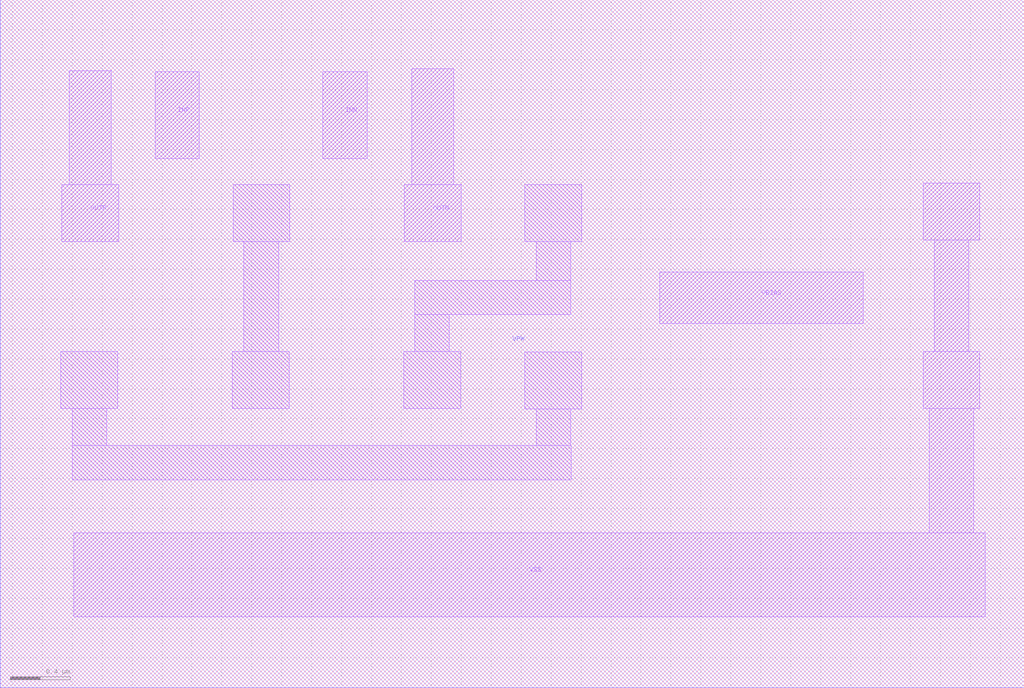
<source format=lef>
VERSION 5.7 ;
  NOWIREEXTENSIONATPIN ON ;
  DIVIDERCHAR "/" ;
  BUSBITCHARS "[]" ;
MACRO CS_Switch_4x
  CLASS BLOCK ;
  FOREIGN CS_Switch_4x ;
  ORIGIN 1.880 7.200 ;
  SIZE 6.840 BY 4.600 ;
  PIN INP
    DIRECTION INPUT ;
    USE SIGNAL ;
    ANTENNAGATEAREA 0.061600 ;
    PORT
      LAYER Metal1 ;
        RECT -0.845 -3.660 -0.550 -3.080 ;
    END
  END INP
  PIN INN
    DIRECTION INPUT ;
    USE SIGNAL ;
    ANTENNAGATEAREA 0.061600 ;
    PORT
      LAYER Metal1 ;
        RECT 0.275 -3.660 0.570 -3.080 ;
    END
  END INN
  PIN OUTP
    DIRECTION INOUT ;
    USE POWER ;
    PORT
      LAYER Metal1 ;
        RECT -1.420 -3.835 -1.140 -3.075 ;
        RECT -1.470 -4.215 -1.090 -3.835 ;
    END
  END OUTP
  PIN OUTN
    DIRECTION INOUT ;
    USE POWER ;
    PORT
      LAYER Metal1 ;
        RECT 0.870 -3.835 1.150 -3.060 ;
        RECT 0.820 -4.215 1.200 -3.835 ;
    END
  END OUTN
  PIN VBIAS
    DIRECTION INOUT ;
    USE POWER ;
    PORT
      LAYER Metal1 ;
        RECT 2.525 -4.765 3.885 -4.420 ;
    END
  END VBIAS
  PIN VSS
    DIRECTION INOUT ;
    USE GROUND ;
    PORT
      LAYER Metal1 ;
        RECT 4.285 -4.205 4.665 -3.825 ;
        RECT 4.360 -4.950 4.590 -4.205 ;
        RECT 4.285 -5.330 4.665 -4.950 ;
        RECT 4.325 -6.165 4.625 -5.330 ;
        RECT -1.390 -6.725 4.700 -6.165 ;
    END
  END VSS
  PIN VPW
    DIRECTION INOUT ;
    USE GROUND ;
    PORT
      LAYER Pwell ;
        RECT -1.880 -7.200 4.960 -2.600 ;
    END
  END VPW
  OBS
      LAYER Metal1 ;
        RECT -0.325 -4.215 0.055 -3.835 ;
        RECT 1.625 -4.215 2.005 -3.835 ;
        RECT -0.255 -4.950 -0.020 -4.215 ;
        RECT 1.700 -4.475 1.930 -4.215 ;
        RECT 0.890 -4.705 1.930 -4.475 ;
        RECT 0.890 -4.950 1.120 -4.705 ;
        RECT -1.475 -5.330 -1.095 -4.950 ;
        RECT -0.330 -5.330 0.050 -4.950 ;
        RECT 0.815 -5.330 1.195 -4.950 ;
        RECT -1.400 -5.580 -1.170 -5.330 ;
        RECT 1.625 -5.335 2.005 -4.955 ;
        RECT 1.700 -5.580 1.930 -5.335 ;
        RECT -1.400 -5.810 1.935 -5.580 ;
  END
END CS_Switch_4x
END LIBRARY


</source>
